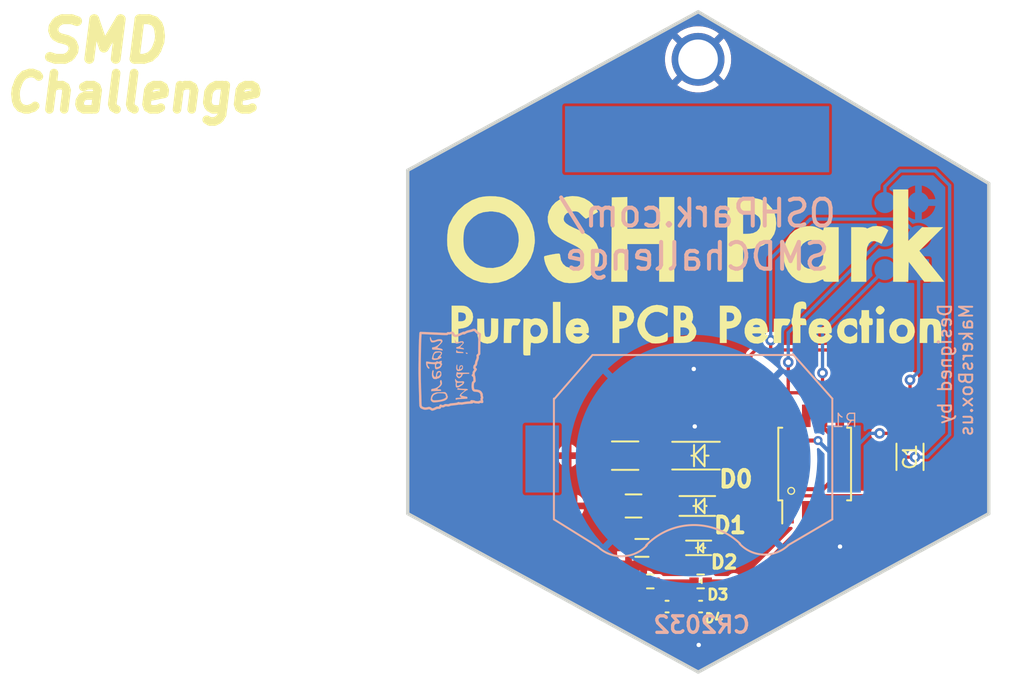
<source format=kicad_pcb>
(kicad_pcb (version 20201115) (generator pcbnew)
  (layers (0 "F.Cu" signal) (31 "B.Cu" signal) (34 "B.Paste" user) (35 "F.Paste" user) (36 "B.SilkS" user "B.Silkscreen") (37 "F.SilkS" user "F.Silkscreen") (38 "B.Mask" user) (39 "F.Mask" user) (44 "Edge.Cuts" user))
  (net 0 "")
  (net 1 "GND")
  (net 2 "+BATT")
  (net 3 "Net-(CON1-Pad1)")
  (net 4 "Net-(CON1-Pad3)")
  (net 5 "Net-(CON1-Pad4)")
  (net 6 "Net-(CON1-Pad5)")
  (net 7 "Net-(D1-Pad1)")
  (net 8 "Net-(D2-Pad1)")
  (net 9 "Net-(D3-Pad1)")
  (net 10 "Net-(D0-Pad1)")
  (net 11 "Net-(D3-Pad2)")
  (net 12 "Net-(D4-Pad2)")
  (net 13 "Net-(D4-Pad1)")
  (footprint "footprints:testPad" (layer "F.Cu") (at 200.4325 107.2475)
    (fp_text reference "PG2" hide)
    (fp_text value "CONN_01X01")
    (pad "1" smd oval (at 0 0) (size 0.508 0.762) (layers "F.Cu" "F.Paste" "F.Mask") (net 1 "GND"))
  )
  (footprint "footprints:R_1206" (layer "F.Cu") (at 203.0995 100.2625 180)
    (fp_text reference "R0" hide)
    (fp_text value "330")
    (pad "1" smd rect (at -1.778 0 180) (size 1.1 1.7) (layers "F.Cu" "F.Paste" "F.Mask") (net 10 "Net-(D0-Pad1)"))
    (pad "2" smd rect (at 1.651 0 180) (size 1.1 1.7) (layers "F.Cu" "F.Paste" "F.Mask") (net 1 "GND"))
  )
  (footprint "footprints:testPad" (layer "F.Cu") (at 212.6245 100.2625)
    (fp_text reference "P0" hide)
    (fp_text value "CONN_01X01")
    (pad "1" smd oval (at 0 0) (size 0.508 0.762) (layers "F.Cu" "F.Paste" "F.Mask") (net 5 "Net-(CON1-Pad4)"))
  )
  (footprint "myFootPrints:MadeInOregonRev25" (layer "F.Cu") (at 189.895 93.75 -90)
    (fp_text reference "VAL" hide)
    (fp_text value "MadeInOregonRev25" hide)
  )
  (footprint "Pin_Headers:Pin_Header_Straight_1x01" (layer "F.Cu") (at 208.44 70.5)
    (fp_text reference "P1" hide)
    (fp_text value "CONN_01X01")
    (pad "" thru_hole circle (at 0.18 -0.25) (size 4 4) (drill 3) (layers *.Cu *.Mask) (net 1 "GND"))
  )
  (footprint "footprints:testPad" (layer "F.Cu") (at 204.687 111.6925)
    (fp_text reference "PG4" hide)
    (fp_text value "CONN_01X01")
    (pad "1" smd oval (at 0 0) (size 0.508 0.762) (layers "F.Cu" "F.Paste" "F.Mask") (net 1 "GND"))
  )
  (footprint "footprints:SOIJ-8_5.3x5.3mm_Pitch1.27mm" (layer "F.Cu") (at 217.4505 100.8975 90)
    (fp_text reference "IC1" hide)
    (fp_text value "IC1")
    (pad "1" smd rect (at -3.65 -1.905 90) (size 1.7 0.65) (layers "F.Cu" "F.Paste" "F.Mask") (net 6 "Net-(CON1-Pad5)"))
    (pad "2" smd rect (at -3.65 -0.635 90) (size 1.7 0.65) (layers "F.Cu" "F.Paste" "F.Mask") (net 11 "Net-(D3-Pad2)"))
    (pad "3" smd rect (at -3.65 0.635 90) (size 1.7 0.65) (layers "F.Cu" "F.Paste" "F.Mask") (net 12 "Net-(D4-Pad2)"))
    (pad "4" smd rect (at -3.65 1.905 90) (size 1.7 0.65) (layers "F.Cu" "F.Paste" "F.Mask") (net 1 "GND"))
    (pad "5" smd rect (at 3.65 1.905 90) (size 1.7 0.65) (layers "F.Cu" "F.Paste" "F.Mask") (net 5 "Net-(CON1-Pad4)"))
    (pad "6" smd rect (at 3.65 0.635 90) (size 1.7 0.65) (layers "F.Cu" "F.Paste" "F.Mask") (net 3 "Net-(CON1-Pad1)"))
    (pad "7" smd rect (at 3.65 -0.635 90) (size 1.7 0.65) (layers "F.Cu" "F.Paste" "F.Mask") (net 4 "Net-(CON1-Pad3)"))
    (pad "8" smd rect (at 3.65 -1.905 90) (size 1.7 0.65) (layers "F.Cu" "F.Paste" "F.Mask") (net 2 "+BATT"))
  )
  (footprint "footprints:R_0402" (layer "F.Cu") (at 205.0045 109.7875 180)
    (fp_text reference "R3" hide)
    (fp_text value "330")
    (pad "1" smd rect (at -0.4 0 180) (size 0.6 0.6) (layers "F.Cu" "F.Paste" "F.Mask") (net 9 "Net-(D3-Pad1)"))
    (pad "2" smd rect (at 0.5 0 180) (size 0.6 0.6) (layers "F.Cu" "F.Paste" "F.Mask") (net 1 "GND"))
  )
  (footprint "LED_0402" (layer "F.Cu") (at 208.8145 109.7875)
    (fp_text reference "D3" (at 1.3 1) (layer "F.SilkS") (effects (font (size 0.8 0.8) (thickness 0.2))))
    (fp_text value "LED")
    (pad "1" smd rect (at -0.5 0) (size 0.7 0.6) (layers "F.Cu" "F.Paste" "F.Mask") (net 9 "Net-(D3-Pad1)"))
    (pad "2" smd rect (at 0.5 0) (size 0.7 0.6) (layers "F.Cu" "F.Paste" "F.Mask") (net 11 "Net-(D3-Pad2)"))
  )
  (footprint "myFootPrints:OSHParkPurple" (layer "F.Cu") (at 208.47 90.6)
    (fp_text reference "G***" hide)
    (fp_text value "LOGO" hide)
  )
  (footprint "footprints:R_0805" (layer "F.Cu") (at 203.7345 104.0725 180)
    (fp_text reference "R1" hide)
    (fp_text value "330")
    (pad "1" smd rect (at -1.143 0 180) (size 0.9 1.3) (layers "F.Cu" "F.Paste" "F.Mask") (net 7 "Net-(D1-Pad1)"))
    (pad "2" smd rect (at 1.143 0 180) (size 0.9 1.3) (layers "F.Cu" "F.Paste" "F.Mask") (net 1 "GND"))
  )
  (footprint "footprints:testPad" (layer "F.Cu") (at 211.1005 111.6925)
    (fp_text reference "P4" hide)
    (fp_text value "CONN_01X01")
    (pad "1" smd oval (at 0 0) (size 0.508 0.762) (layers "F.Cu" "F.Paste" "F.Mask") (net 12 "Net-(D4-Pad2)"))
  )
  (footprint "footprints:testPad" (layer "F.Cu") (at 212.1165 104.0725)
    (fp_text reference "P1" hide)
    (fp_text value "CONN_01X01")
    (pad "1" smd oval (at 0 0) (size 0.508 0.762) (layers "F.Cu" "F.Paste" "F.Mask") (net 3 "Net-(CON1-Pad1)"))
  )
  (footprint "footprints:LED-0805" (layer "F.Cu") (at 208.8145 104.0725)
    (fp_text reference "D1" (at 2.2225 1.4605) (layer "F.SilkS") (effects (font (size 1.2 1.2) (thickness 0.3))))
    (fp_text value "LED")
    (pad "1" smd rect (at -1.27 0 180) (size 1.3 1.19888) (layers "F.Cu" "F.Paste" "F.Mask") (net 7 "Net-(D1-Pad1)"))
    (pad "2" smd rect (at 1.143 0 180) (size 1.3 1.19888) (layers "F.Cu" "F.Paste" "F.Mask") (net 3 "Net-(CON1-Pad1)"))
  )
  (footprint "footprints:testPad" (layer "F.Cu") (at 198.7815 100.2625)
    (fp_text reference "PG0" hide)
    (fp_text value "CONN_01X01")
    (pad "1" smd oval (at 0 0) (size 0.508 0.762) (layers "F.Cu" "F.Paste" "F.Mask") (net 1 "GND"))
  )
  (footprint "myFootPrints:OSHPark" (layer "F.Cu") (at 208.47 83.6)
    (fp_text reference "G***" hide)
    (fp_text value "LOGO" hide)
  )
  (footprint "footprints:LED-0603" (layer "F.Cu") (at 208.8145 107.2475)
    (fp_text reference "D2" (at 1.778 1.0795) (layer "F.SilkS") (effects (font (thickness 0.25))))
    (fp_text value "LED")
    (pad "1" smd rect (at -0.889 0 180) (size 1 0.79756) (layers "F.Cu" "F.Paste" "F.Mask") (net 8 "Net-(D2-Pad1)"))
    (pad "2" smd rect (at 0.889 0 180) (size 1 0.79756) (layers "F.Cu" "F.Paste" "F.Mask") (net 4 "Net-(CON1-Pad3)"))
  )
  (footprint "footprints:testPad" (layer "F.Cu") (at 211.7355 107.2475)
    (fp_text reference "P2" hide)
    (fp_text value "CONN_01X01")
    (pad "1" smd oval (at 0 0) (size 0.508 0.762) (layers "F.Cu" "F.Paste" "F.Mask") (net 4 "Net-(CON1-Pad3)"))
  )
  (footprint "footprints:testPad" (layer "F.Cu") (at 199.226 104.0725)
    (fp_text reference "PG1" hide)
    (fp_text value "CONN_01X01")
    (pad "1" smd oval (at 0 0) (size 0.508 0.762) (layers "F.Cu" "F.Paste" "F.Mask") (net 1 "GND"))
  )
  (footprint "footprints:LED-1206" (layer "F.Cu") (at 208.8145 100.2625)
    (fp_text reference "D0" (at 2.667 1.778) (layer "F.SilkS") (effects (font (size 1.25 1.25) (thickness 0.3125))))
    (fp_text value "LED")
    (pad "1" smd rect (at -1.651 0 180) (size 1.7 1.80086) (layers "F.Cu" "F.Paste" "F.Mask") (net 10 "Net-(D0-Pad1)"))
    (pad "2" smd rect (at 1.524 0 180) (size 1.7 1.80086) (layers "F.Cu" "F.Paste" "F.Mask") (net 5 "Net-(CON1-Pad4)"))
  )
  (footprint "footprints:R_0603" (layer "F.Cu") (at 204.3695 107.2475 180)
    (fp_text reference "R2" hide)
    (fp_text value "330")
    (pad "1" smd rect (at -0.889 0 180) (size 0.7 0.9) (layers "F.Cu" "F.Paste" "F.Mask") (net 8 "Net-(D2-Pad1)"))
    (pad "2" smd rect (at 1.016 0 180) (size 0.7 0.9) (layers "F.Cu" "F.Paste" "F.Mask") (net 1 "GND"))
  )
  (footprint "footprints:R_0201" (layer "F.Cu") (at 206.2745 111.6925 180)
    (fp_text reference "R4" hide)
    (fp_text value "330")
    (pad "1" smd rect (at -0.4 0 180) (size 0.45 0.43) (layers "F.Cu" "F.Paste" "F.Mask") (net 13 "Net-(D4-Pad1)"))
    (pad "2" smd rect (at 0.4 0 180) (size 0.45 0.43) (layers "F.Cu" "F.Paste" "F.Mask") (net 1 "GND"))
  )
  (footprint "LED_0201" (layer "F.Cu") (at 208.8145 111.6925)
    (fp_text reference "D4" (at 1.016 0.889) (layer "F.SilkS") (effects (font (size 0.7 0.7) (thickness 0.175))))
    (fp_text value "LED")
    (pad "1" smd rect (at -0.3 0) (size 0.4 0.4) (layers "F.Cu" "F.Paste" "F.Mask") (net 13 "Net-(D4-Pad1)"))
    (pad "2" smd rect (at 0.3 0) (size 0.4 0.4) (layers "F.Cu" "F.Paste" "F.Mask") (net 12 "Net-(D4-Pad2)"))
  )
  (footprint "footprints:C_1206_HandSoldering" (layer "F.Cu") (at 224.67 100.353 90)
    (fp_text reference "C1" (at 0 0 270) (layer "F.SilkS"))
    (fp_text value "0.1 uF")
    (pad "1" smd rect (at -1.778 0 90) (size 1.6 1.6) (layers "F.Cu" "F.Paste" "F.Mask") (net 1 "GND"))
    (pad "2" smd rect (at 1.778 0 90) (size 1.6 1.6) (layers "F.Cu" "F.Paste" "F.Mask") (net 2 "+BATT"))
  )
  (footprint "footprints:testPad" (layer "F.Cu") (at 202.274 109.7875)
    (fp_text reference "PG3" hide)
    (fp_text value "CONN_01X01")
    (pad "1" smd oval (at 0 0) (size 0.508 0.762) (layers "F.Cu" "F.Paste" "F.Mask") (net 1 "GND"))
  )
  (footprint "footprints:testPad" (layer "F.Cu") (at 211.3545 109.7875)
    (fp_text reference "P3" hide)
    (fp_text value "CONN_01X01")
    (pad "1" smd oval (at 0 0) (size 0.508 0.762) (layers "F.Cu" "F.Paste" "F.Mask") (net 11 "Net-(D3-Pad2)"))
  )
  (footprint "footprints:AVR-ISP-6" (layer "B.Cu") (at 222.77 86.175)
    (fp_text reference "CON1" hide)
    (fp_text value "AVR-ISP-6" hide)
    (pad "1" smd oval (at 0 0) (size 1.6 1.6) (layers "B.Cu" "B.Paste" "B.Mask") (net 3 "Net-(CON1-Pad1)"))
    (pad "2" smd rect (at 2.54 0) (size 1.6 1.6) (layers "B.Cu" "B.Paste" "B.Mask") (net 2 "+BATT"))
    (pad "3" smd oval (at 0 -2.54) (size 1.6 1.6) (layers "B.Cu" "B.Paste" "B.Mask") (net 4 "Net-(CON1-Pad3)"))
    (pad "4" smd oval (at 2.54 -2.54) (size 1.6 1.6) (layers "B.Cu" "B.Paste" "B.Mask") (net 5 "Net-(CON1-Pad4)"))
    (pad "5" smd oval (at 0 -5.08) (size 1.6 1.6) (layers "B.Cu" "B.Paste" "B.Mask") (net 6 "Net-(CON1-Pad5)"))
    (pad "6" smd oval (at 2.54 -5.08) (size 1.6 1.6) (layers "B.Cu" "B.Paste" "B.Mask") (net 1 "GND"))
  )
  (footprint "footprints:BATT_CR2032_SMD" (layer "B.Cu") (at 208.245 100.515 180)
    (fp_text reference "BT1" hide)
    (fp_text value "Battery" hide)
    (pad "1" smd rect (at 11.43 0 180) (size 2.54 5.08) (layers "B.Cu" "B.Paste" "B.Mask"))
    (pad "1" smd rect (at -11.43 0 180) (size 2.54 5.08) (layers "B.Cu" "B.Paste" "B.Mask") (net 2 "+BATT"))
    (pad "2" smd circle (at 0 0 180) (size 17.78 17.78) (layers "B.Cu" "B.Paste" "B.Mask") (net 1 "GND"))
  )
  (footprint "Connect:1pin" (layer "B.Cu") (at 208.545 76.3)
    (fp_text reference "REF**" hide)
    (fp_text value "1pin")
    (pad "1" smd rect (at 0 0) (size 20 5) (layers "B.Cu" "B.Paste" "B.Mask"))
  )
  (gr_line (start 230.6338 104.652) (end 230.6338 79.652) (angle 90) (layer "Edge.Cuts") (width 0.254))
  (gr_line (start 186.6338 104.652) (end 208.6338 116.652) (angle 90) (layer "Edge.Cuts") (width 0.254))
  (gr_line (start 230.6338 79.652) (end 208.6338 66.652) (angle 90) (layer "Edge.Cuts") (width 0.254))
  (gr_line (start 186.6338 78.652) (end 186.6338 104.652) (angle 90) (layer "Edge.Cuts") (width 0.254))
  (gr_line (start 208.6338 116.652) (end 230.6338 104.652) (angle 90) (layer "Edge.Cuts") (width 0.254))
  (gr_line (start 208.6338 66.652) (end 186.6338 78.652) (angle 90) (layer "Edge.Cuts") (width 0.254))
  (gr_text "CR2032" (at 208.895 113.075) (layer "B.SilkS") (effects (font (size 1.25 1.25) (thickness 0.25)) (justify mirror)))
  (gr_text "OSHPark.com/\nSMDChallenge" (at 208.545 83.55) (layer "B.SilkS") (effects (font (size 2.032 1.905) (thickness 0.3048)) (justify mirror)))
  (gr_text "R1" (at 219.7365 97.5955) (layer "B.SilkS") (effects (font (size 1 1) (thickness 0.1)) (justify mirror)))
  (gr_text "Designed by\nMakersBox.us" (at 228.12 88.65 90) (layer "B.SilkS") (effects (font (size 1 1)) (justify left mirror)))
  (gr_text "SMD" (at 163.609 68.863) (layer "F.SilkS") (effects (font (size 3 3) (thickness 0.75) italic)))
  (gr_text "Challenge" (at 165.895 72.8) (layer "F.SilkS") (effects (font (size 2.75 2.6) (thickness 0.65) italic)))
  (segment (start 204.687 111.6925) (end 205.8745 111.6925) (width 0.3048) (layer "F.Cu") (net 1))
  (segment (start 199.353 104.0725) (end 202.5915 104.0725) (width 0.3048) (layer "F.Cu") (net 1))
  (segment (start 200.4325 107.2475) (end 203.3535 107.2475) (width 0.3048) (layer "F.Cu") (net 1))
  (segment (start 204.5045 109.7875) (end 204.5045 111.51) (width 0.3048) (layer "F.Cu") (net 1))
  (segment (start 202.274 109.7875) (end 204.5045 109.7875) (width 0.3048) (layer "F.Cu") (net 1))
  (segment (start 201.4485 98.1035) (end 201.42 98.075) (width 0.25) (layer "F.Cu") (net 1))
  (segment (start 219.3555 107.1355) (end 219.37 107.15) (width 0.3048) (layer "F.Cu") (net 1))
  (segment (start 204.5045 111.51) (end 204.687 111.6925) (width 0.3048) (layer "F.Cu") (net 1))
  (segment (start 201.4485 100.2625) (end 198.7815 100.2625) (width 0.3048) (layer "F.Cu") (net 1))
  (segment (start 219.3555 104.5475) (end 219.3555 107.1355) (width 0.3048) (layer "F.Cu") (net 1))
  (via (at 208.295 93.7) (size 0.6858) (drill 0.3302) (layers "F.Cu" "B.Cu") (net 1))
  (via (at 208.67 114.6) (size 0.6858) (drill 0.3302) (layers "F.Cu" "B.Cu") (net 1))
  (via (at 219.37 107.15) (size 0.6858) (drill 0.3302) (layers "F.Cu" "B.Cu") (net 1))
  (via (at 208.37 98.05) (size 0.6858) (drill 0.3302) (layers "F.Cu" "B.Cu") (net 1))
  (segment (start 215.5455 98.2305) (end 216.4345 99.1195) (width 0.3048) (layer "F.Cu") (net 2))
  (segment (start 224.67 98.575) (end 222.37 98.575) (width 0.25) (layer "F.Cu") (net 2))
  (segment (start 224.67 94.525) (end 224.67 98.575) (width 0.25) (layer "F.Cu") (net 2))
  (segment (start 216.4345 99.1195) (end 217.7045 99.1195) (width 0.3048) (layer "F.Cu") (net 2))
  (segment (start 215.5455 97.2475) (end 215.5455 98.2305) (width 0.3048) (layer "F.Cu") (net 2))
  (via (at 222.37 98.575) (size 0.8) (drill 0.4) (layers "F.Cu" "B.Cu") (net 2))
  (via (at 217.7045 99.1195) (size 0.6858) (drill 0.3302) (layers "F.Cu" "B.Cu") (net 2))
  (via (at 224.67 94.525) (size 0.8) (drill 0.4) (layers "F.Cu" "B.Cu") (net 2))
  (segment (start 222.37 98.575) (end 221.615 98.575) (width 0.25) (layer "B.Cu") (net 2))
  (segment (start 225.31 86.175) (end 225.32 86.185) (width 0.25) (layer "B.Cu") (net 2))
  (segment (start 225.32 93.9) (end 224.695 94.525) (width 0.25) (layer "B.Cu") (net 2))
  (segment (start 224.695 94.525) (end 224.67 94.525) (width 0.25) (layer "B.Cu") (net 2))
  (segment (start 217.7045 99.1195) (end 219.6095 101.0245) (width 0.3048) (layer "B.Cu") (net 2))
  (segment (start 225.32 86.185) (end 225.32 93.9) (width 0.25) (layer "B.Cu") (net 2))
  (segment (start 221.615 98.575) (end 219.675 100.515) (width 0.25) (layer "B.Cu") (net 2))
  (segment (start 212.1165 104.0725) (end 212.2435 104.0725) (width 0.3048) (layer "F.Cu") (net 3))
  (segment (start 218.0855 98.1035) (end 219.1015 99.1195) (width 0.3048) (layer "F.Cu") (net 3))
  (segment (start 213.3865 102.8025) (end 216.0535 102.8025) (width 0.3048) (layer "F.Cu") (net 3))
  (segment (start 213.3865 102.8025) (end 212.2435 104.0725) (width 0.3048) (layer "F.Cu") (net 3))
  (segment (start 218.0855 102.8025) (end 216.0535 102.8025) (width 0.3048) (layer "F.Cu") (net 3))
  (segment (start 218.045 94) (end 218.045 97.207) (width 0.25) (layer "F.Cu") (net 3))
  (segment (start 219.1015 101.7865) (end 218.0855 102.8025) (width 0.3048) (layer "F.Cu") (net 3))
  (segment (start 218.0855 97.2475) (end 218.0855 98.1035) (width 0.3048) (layer "F.Cu") (net 3))
  (segment (start 219.1015 99.1195) (end 219.1015 101.7865) (width 0.3048) (layer "F.Cu") (net 3))
  (segment (start 209.9575 104.0725) (end 212.1165 104.0725) (width 0.3048) (layer "F.Cu") (net 3))
  (segment (start 218.045 97.207) (end 218.0855 97.2475) (width 0.25) (layer "F.Cu") (net 3))
  (via (at 218.045 94) (size 0.8) (drill 0.4) (layers "F.Cu" "B.Cu") (net 3))
  (segment (start 218.045 90.9) (end 218.045 94) (width 0.25) (layer "B.Cu") (net 3))
  (segment (start 222.77 86.175) (end 218.045 90.9) (width 0.25) (layer "B.Cu") (net 3))
  (segment (start 214.0215 101.0245) (end 213.1325 101.9135) (width 0.3048) (layer "F.Cu") (net 4))
  (segment (start 208.8145 102.9295) (end 209.7035 102.0405) (width 0.3048) (layer "F.Cu") (net 4))
  (segment (start 215.45 95.5) (end 216.27 95.5) (width 0.25) (layer "F.Cu") (net 4))
  (segment (start 214.71 95.5) (end 215.45 95.5) (width 0.25) (layer "F.Cu") (net 4))
  (segment (start 216.8155 96.0455) (end 216.8155 97.2475) (width 0.25) (layer "F.Cu") (net 4))
  (segment (start 209.7035 107.2475) (end 209.7035 106.4855) (width 0.3048) (layer "F.Cu") (net 4))
  (segment (start 213.1325 101.9135) (end 209.8305 101.9135) (width 0.3048) (layer "F.Cu") (net 4))
  (segment (start 214.18 100.866) (end 214.18 96.03) (width 0.25) (layer "F.Cu") (net 4))
  (segment (start 215.45 95.5) (end 215.45 94.62) (width 0.25) (layer "F.Cu") (net 4))
  (segment (start 214.0215 101.0245) (end 214.18 100.866) (width 0.25) (layer "F.Cu") (net 4))
  (segment (start 209.7035 106.4855) (end 208.8145 105.5965) (width 0.3048) (layer "F.Cu") (net 4))
  (segment (start 209.8305 101.9135) (end 209.7035 102.0405) (width 0.3048) (layer "F.Cu") (net 4))
  (segment (start 215.45 94.62) (end 215.45 93.19) (width 0.25) (layer "F.Cu") (net 4))
  (segment (start 214.18 96.03) (end 214.71 95.5) (width 0.25) (layer "F.Cu") (net 4))
  (segment (start 208.8145 105.5965) (end 208.8145 102.9295) (width 0.3048) (layer "F.Cu") (net 4))
  (segment (start 216.27 95.5) (end 216.8155 96.0455) (width 0.25) (layer "F.Cu") (net 4))
  (segment (start 209.7035 107.2475) (end 211.7355 107.2475) (width 0.3048) (layer "F.Cu") (net 4))
  (via (at 215.45 93.19) (size 0.8) (drill 0.4) (layers "F.Cu" "B.Cu") (net 4))
  (segment (start 215.45 90.955) (end 215.45 93.19) (width 0.25) (layer "B.Cu") (net 4))
  (segment (start 222.77 83.635) (end 215.4525 90.9525) (width 0.25) (layer "B.Cu") (net 4))
  (segment (start 215.4525 90.9525) (end 215.45 90.955) (width 0.25) (layer "B.Cu") (net 4))
  (segment (start 214.04 92.26) (end 214.12 92.18) (width 0.25) (layer "F.Cu") (net 5))
  (segment (start 212.98 92.26) (end 214.04 92.26) (width 0.25) (layer "F.Cu") (net 5))
  (segment (start 219.3555 93.2055) (end 218.41 92.26) (width 0.25) (layer "F.Cu") (net 5))
  (segment (start 219.3555 97.2475) (end 219.3555 94.0395) (width 0.3048) (layer "F.Cu") (net 5))
  (segment (start 212.6245 94.6745) (end 212.6245 92.6155) (width 0.25) (layer "F.Cu") (net 5))
  (segment (start 212.6245 92.6155) (end 212.98 92.26) (width 0.25) (layer "F.Cu") (net 5))
  (segment (start 210.3385 100.2625) (end 212.6245 100.2625) (width 0.3048) (layer "F.Cu") (net 5))
  (segment (start 214.12 92.18) (end 214.12 91.52) (width 0.25) (layer "F.Cu") (net 5))
  (segment (start 219.3555 94.0395) (end 219.3555 93.2055) (width 0.25) (layer "F.Cu") (net 5))
  (segment (start 214.04 92.26) (end 214.22 92.26) (width 0.25) (layer "F.Cu") (net 5))
  (segment (start 218.41 92.26) (end 214.22 92.26) (width 0.25) (layer "F.Cu") (net 5))
  (segment (start 212.6245 100.2625) (end 212.6245 94.6745) (width 0.254) (layer "F.Cu") (net 5))
  (via (at 214.12 91.52) (size 0.8) (drill 0.4) (layers "F.Cu" "B.Cu") (net 5))
  (segment (start 225.31 83.635) (end 224.025 82.35) (width 0.25) (layer "B.Cu") (net 5))
  (segment (start 217.12 82.35) (end 214.12 85.35) (width 0.25) (layer "B.Cu") (net 5))
  (segment (start 214.12 85.35) (end 214.12 91.48) (width 0.25) (layer "B.Cu") (net 5))
  (segment (start 224.025 82.35) (end 217.12 82.35) (width 0.25) (layer "B.Cu") (net 5))
  (segment (start 222.12 103.3) (end 215.695 103.3) (width 0.25) (layer "F.Cu") (net 6))
  (segment (start 222.545 101.425) (end 222.545 102.875) (width 0.25) (layer "F.Cu") (net 6))
  (segment (start 222.545 100.85) (end 223.02 100.375) (width 0.25) (layer "F.Cu") (net 6))
  (segment (start 222.545 102.875) (end 222.12 103.3) (width 0.25) (layer "F.Cu") (net 6))
  (segment (start 215.695 103.3) (end 215.5455 103.4495) (width 0.25) (layer "F.Cu") (net 6))
  (segment (start 215.5455 103.4495) (end 215.5455 104.5475) (width 0.25) (layer "F.Cu") (net 6))
  (segment (start 223.02 100.375) (end 225.045 100.375) (width 0.25) (layer "F.Cu") (net 6))
  (segment (start 222.545 101.425) (end 222.545 100.85) (width 0.25) (layer "F.Cu") (net 6))
  (via (at 225.045 100.375) (size 0.8) (drill 0.4) (layers "F.Cu" "B.Cu") (net 6))
  (segment (start 222.77 81.095) (end 222.77 79.875) (width 0.25) (layer "B.Cu") (net 6))
  (segment (start 225.97 100.375) (end 225.045 100.375) (width 0.25) (layer "B.Cu") (net 6))
  (segment (start 226.57 78.7) (end 227.67 79.8) (width 0.25) (layer "B.Cu") (net 6))
  (segment (start 223.945 78.7) (end 226.57 78.7) (width 0.25) (layer "B.Cu") (net 6))
  (segment (start 222.77 79.875) (end 223.945 78.7) (width 0.25) (layer "B.Cu") (net 6))
  (segment (start 227.67 98.675) (end 226.0575 100.2875) (width 0.25) (layer "B.Cu") (net 6))
  (segment (start 226.0575 100.2875) (end 225.97 100.375) (width 0.25) (layer "B.Cu") (net 6))
  (segment (start 227.67 79.8) (end 227.67 98.675) (width 0.25) (layer "B.Cu") (net 6))
  (segment (start 204.8775 104.0725) (end 207.5445 104.0725) (width 0.3048) (layer "F.Cu") (net 7))
  (segment (start 205.2585 107.2475) (end 207.9255 107.2475) (width 0.3048) (layer "F.Cu") (net 8))
  (segment (start 205.4045 109.7875) (end 208.2145 109.7875) (width 0.3048) (layer "F.Cu") (net 9))
  (segment (start 207.1635 100.2625) (end 204.8775 100.2625) (width 0.3048) (layer "F.Cu") (net 10))
  (segment (start 216.8155 105.3425) (end 216.8155 104.5475) (width 0.3048) (layer "F.Cu") (net 11))
  (segment (start 212.3705 109.7875) (end 216.8155 105.3425) (width 0.3048) (layer "F.Cu") (net 11))
  (segment (start 211.3545 109.7875) (end 212.3705 109.7875) (width 0.3048) (layer "F.Cu") (net 11))
  (segment (start 209.3145 109.7875) (end 211.3545 109.7875) (width 0.3048) (layer "F.Cu") (net 11))
  (segment (start 211.6085 111.6925) (end 218.0855 105.2155) (width 0.3048) (layer "F.Cu") (net 12))
  (segment (start 209.1145 111.6925) (end 209.7035 111.6925) (width 0.3048) (layer "F.Cu") (net 12))
  (segment (start 218.0855 105.2155) (end 218.0855 104.5475) (width 0.3048) (layer "F.Cu") (net 12))
  (segment (start 209.7035 111.6925) (end 211.1005 111.6925) (width 0.3048) (layer "F.Cu") (net 12))
  (segment (start 211.2275 111.6925) (end 211.6085 111.6925) (width 0.3048) (layer "F.Cu") (net 12))
  (segment (start 208.5145 111.6925) (end 207.9255 111.6925) (width 0.3048) (layer "F.Cu") (net 13))
  (segment (start 207.9255 111.6925) (end 206.6745 111.6925) (width 0.3048) (layer "F.Cu") (net 13))
  (zone (net 1) (net_name "GND") (layer "F.Cu") (connect_pads (clearance 0.254)) (min_thickness 0.2032) (fill yes (thermal_gap 0.508) (thermal_bridge_width 0.508))
    (polygon (pts (xy 233.323 117.5476) (xy 183.92 117.7) (xy 184.0724 65.757) (xy 233.323 65.9856)))
  )
  (zone (net 1) (net_name "GND") (layer "B.Cu") (connect_pads (clearance 0.2032)) (min_thickness 0.2) (fill yes (thermal_gap 0.508) (thermal_bridge_width 0.508))
    (polygon (pts (xy 233.264817 65.924315) (xy 183.861817 65.771915) (xy 184.014217 117.714915) (xy 233.264817 117.486315)))
  )
)
</source>
